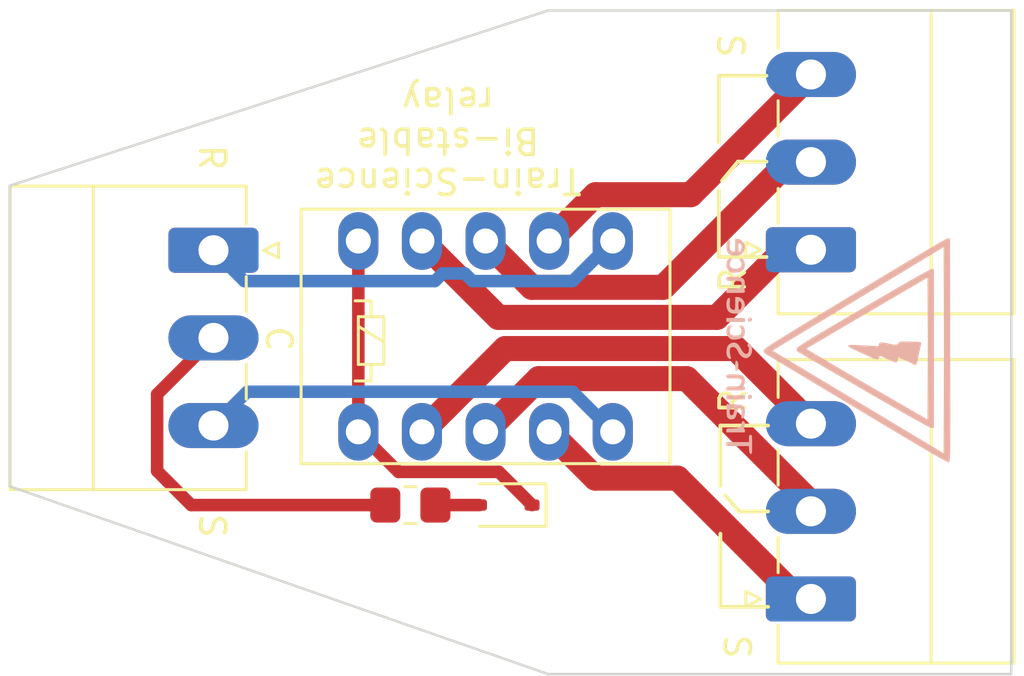
<source format=kicad_pcb>
(kicad_pcb (version 20240108) (generator "pcbnew") (generator_version "8.0")
  (layers (0 "F.Cu" signal) (31 "B.Cu" signal) (34 "B.Paste" user) (35 "F.Paste" user) (36 "B.SilkS" user "B.Silkscreen") (37 "F.SilkS" user "F.Silkscreen") (38 "B.Mask" user) (39 "F.Mask" user) (44 "Edge.Cuts" user))
  (net 0 "")
  (net 1 "Net-(D101-A)")
  (net 2 "Net-(D101-K)")
  (net 3 "Net-(J101-Pin_3)")
  (net 4 "Net-(J101-Pin_1)")
  (net 5 "Net-(J101-Pin_2)")
  (net 6 "Net-(J102-Pin_2)")
  (net 7 "Net-(J102-Pin_1)")
  (net 8 "Net-(J102-Pin_3)")
  (net 9 "Net-(J103-Pin_3)")
  (net 10 "Net-(J103-Pin_2)")
  (net 11 "Net-(J103-Pin_1)")
  (footprint "MountingHole:MountingHole_3.2mm_M3" (layer "F.Cu") (at 152 98.5)
    (property "Reference" "REF**" (hide yes))
    (property "Value" "MountingHole_3.2mm_M3")
    (pad "" np_thru_hole circle (at 0 0) (size 3.2 3.2) (drill 3.2) (layers "*.Cu" "*.Mask"))
  )
  (footprint "Connector_Phoenix_MC:PhoenixContact_MC_1,5_3-G-3.5_1x03_P3.50mm_Horizontal" (layer "F.Cu") (at 159 99 90)
    (property "Reference" "J102" (hide yes))
    (property "Value" "Screw_Terminal_01x03")
    (fp_line (start 0.3 -2.6) (end 0 -2) (stroke (width 0.12)) (layer "F.SilkS"))
    (fp_line (start -0.3 -2.6) (end 0.3 -2.6) (stroke (width 0.12)) (layer "F.SilkS"))
    (fp_line (start 0 -2) (end -0.3 -2.6) (stroke (width 0.12)) (layer "F.SilkS"))
    (fp_line (start 9.56 -1.31) (end 8.05 -1.31) (stroke (width 0.12)) (layer "F.SilkS"))
    (fp_line (start 4.55 -1.31) (end 5.95 -1.31) (stroke (width 0.12)) (layer "F.SilkS"))
    (fp_line (start 1.05 -1.31) (end 2.45 -1.31) (stroke (width 0.12)) (layer "F.SilkS"))
    (fp_line (start -2.56 -1.31) (end -1.05 -1.31) (stroke (width 0.12)) (layer "F.SilkS"))
    (fp_line (start -2.56 -1.31) (end -2.56 8.11) (stroke (width 0.12)) (layer "F.SilkS"))
    (fp_line (start -2.56 4.8) (end 9.56 4.8) (stroke (width 0.12)) (layer "F.SilkS"))
    (fp_line (start 9.56 8.11) (end 9.56 -1.31) (stroke (width 0.12)) (layer "F.SilkS"))
    (fp_line (start -2.56 8.11) (end 9.56 8.11) (stroke (width 0.12)) (layer "F.SilkS"))
    (pad "1" thru_hole roundrect (at 0 0 90) (size 1.8 3.6) (drill 1.2) (layers "*.Cu" "*.Mask") (roundrect_rratio 0.138889) (net 7 "Net-(J102-Pin_1)"))
    (pad "2" thru_hole oval (at 3.5 0 90) (size 1.8 3.6) (drill 1.2) (layers "*.Cu" "*.Mask") (net 6 "Net-(J102-Pin_2)"))
    (pad "3" thru_hole oval (at 7 0 90) (size 1.8 3.6) (drill 1.2) (layers "*.Cu" "*.Mask") (net 8 "Net-(J102-Pin_3)"))
  )
  (footprint "custom_kicad_lib_sk:R_0805_handsolder-smalltext" (layer "F.Cu") (at 143.002 95.25 180)
    (property "Reference" "R101" (hide yes))
    (property "Value" "47R")
    (fp_line (start -0.227064 0.735) (end 0.227064 0.735) (stroke (width 0.12)) (layer "F.SilkS"))
    (fp_line (start -0.227064 -0.735) (end 0.227064 -0.735) (stroke (width 0.12)) (layer "F.SilkS"))
    (pad "1" smd roundrect (at -1 0 180) (size 1.2 1.4) (layers "F.Cu" "F.Paste" "F.Mask") (roundrect_rratio 0.208333) (net 1 "Net-(D101-A)"))
    (pad "2" smd roundrect (at 1 0 180) (size 1.2 1.4) (layers "F.Cu" "F.Paste" "F.Mask") (roundrect_rratio 0.208333) (net 5 "Net-(J101-Pin_2)"))
  )
  (footprint "Diode_SMD:D_SOD-323" (layer "F.Cu") (at 146.812 95.25 180)
    (property "Reference" "D101" (hide yes))
    (property "Value" "1N4148WS")
    (fp_line (start -1.61 0.85) (end 1.05 0.85) (stroke (width 0.12)) (layer "F.SilkS"))
    (fp_line (start -1.61 -0.85) (end 1.05 -0.85) (stroke (width 0.12)) (layer "F.SilkS"))
    (fp_line (start -1.61 -0.85) (end -1.61 0.85) (stroke (width 0.12)) (layer "F.SilkS"))
    (pad "1" smd roundrect (at -1.05 0 180) (size 0.6 0.45) (layers "F.Cu" "F.Paste" "F.Mask") (net 2 "Net-(D101-K)"))
    (pad "2" smd roundrect (at 1.05 0 180) (size 0.6 0.45) (layers "F.Cu" "F.Paste" "F.Mask") (net 1 "Net-(D101-A)"))
  )
  (footprint "Connector_Phoenix_MC:PhoenixContact_MC_1,5_3-G-3.5_1x03_P3.50mm_Horizontal" (layer "F.Cu") (at 159 85.055 90)
    (property "Reference" "J103" (hide yes))
    (property "Value" "Screw_Terminal_01x03")
    (fp_line (start 0.3 -2.6) (end 0 -2) (stroke (width 0.12)) (layer "F.SilkS"))
    (fp_line (start -0.3 -2.6) (end 0.3 -2.6) (stroke (width 0.12)) (layer "F.SilkS"))
    (fp_line (start 0 -2) (end -0.3 -2.6) (stroke (width 0.12)) (layer "F.SilkS"))
    (fp_line (start 9.56 -1.31) (end 8.05 -1.31) (stroke (width 0.12)) (layer "F.SilkS"))
    (fp_line (start 4.55 -1.31) (end 5.95 -1.31) (stroke (width 0.12)) (layer "F.SilkS"))
    (fp_line (start 1.05 -1.31) (end 2.45 -1.31) (stroke (width 0.12)) (layer "F.SilkS"))
    (fp_line (start -2.56 -1.31) (end -1.05 -1.31) (stroke (width 0.12)) (layer "F.SilkS"))
    (fp_line (start -2.56 -1.31) (end -2.56 8.11) (stroke (width 0.12)) (layer "F.SilkS"))
    (fp_line (start -2.56 4.8) (end 9.56 4.8) (stroke (width 0.12)) (layer "F.SilkS"))
    (fp_line (start 9.56 8.11) (end 9.56 -1.31) (stroke (width 0.12)) (layer "F.SilkS"))
    (fp_line (start -2.56 8.11) (end 9.56 8.11) (stroke (width 0.12)) (layer "F.SilkS"))
    (pad "1" thru_hole roundrect (at 0 0 90) (size 1.8 3.6) (drill 1.2) (layers "*.Cu" "*.Mask") (roundrect_rratio 0.138889) (net 11 "Net-(J103-Pin_1)"))
    (pad "2" thru_hole oval (at 3.5 0 90) (size 1.8 3.6) (drill 1.2) (layers "*.Cu" "*.Mask") (net 10 "Net-(J103-Pin_2)"))
    (pad "3" thru_hole oval (at 7 0 90) (size 1.8 3.6) (drill 1.2) (layers "*.Cu" "*.Mask") (net 9 "Net-(J103-Pin_3)"))
  )
  (footprint "Connector_Phoenix_MC:PhoenixContact_MC_1,5_3-G-3.5_1x03_P3.50mm_Horizontal" (layer "F.Cu") (at 135.1395 85.074 -90)
    (property "Reference" "J101" (hide yes))
    (property "Value" "Screw_Terminal_01x03")
    (fp_line (start -2.56 8.11) (end 9.56 8.11) (stroke (width 0.12)) (layer "F.SilkS"))
    (fp_line (start 9.56 8.11) (end 9.56 -1.31) (stroke (width 0.12)) (layer "F.SilkS"))
    (fp_line (start -2.56 4.8) (end 9.56 4.8) (stroke (width 0.12)) (layer "F.SilkS"))
    (fp_line (start -2.56 -1.31) (end -2.56 8.11) (stroke (width 0.12)) (layer "F.SilkS"))
    (fp_line (start -2.56 -1.31) (end -1.05 -1.31) (stroke (width 0.12)) (layer "F.SilkS"))
    (fp_line (start 1.05 -1.31) (end 2.45 -1.31) (stroke (width 0.12)) (layer "F.SilkS"))
    (fp_line (start 4.55 -1.31) (end 5.95 -1.31) (stroke (width 0.12)) (layer "F.SilkS"))
    (fp_line (start 9.56 -1.31) (end 8.05 -1.31) (stroke (width 0.12)) (layer "F.SilkS"))
    (fp_line (start 0 -2) (end -0.3 -2.6) (stroke (width 0.12)) (layer "F.SilkS"))
    (fp_line (start -0.3 -2.6) (end 0.3 -2.6) (stroke (width 0.12)) (layer "F.SilkS"))
    (fp_line (start 0.3 -2.6) (end 0 -2) (stroke (width 0.12)) (layer "F.SilkS"))
    (pad "1" thru_hole roundrect (at 0 0 270) (size 1.8 3.6) (drill 1.2) (layers "*.Cu" "*.Mask") (roundrect_rratio 0.138889) (net 4 "Net-(J101-Pin_1)"))
    (pad "2" thru_hole oval (at 3.5 0 270) (size 1.8 3.6) (drill 1.2) (layers "*.Cu" "*.Mask") (net 5 "Net-(J101-Pin_2)"))
    (pad "3" thru_hole oval (at 7 0 270) (size 1.8 3.6) (drill 1.2) (layers "*.Cu" "*.Mask") (net 3 "Net-(J101-Pin_3)"))
  )
  (footprint "Relay_THT:Relay_DPDT_FRT5" (layer "F.Cu") (at 140.925 92.325 90)
    (property "Reference" "K101" (hide yes))
    (property "Value" "AZ850P2-x")
    (fp_line (start 8.89 -2.286) (end 8.89 12.446) (stroke (width 0.12)) (layer "F.SilkS"))
    (fp_line (start -1.27 -2.286) (end 8.89 -2.286) (stroke (width 0.12)) (layer "F.SilkS"))
    (fp_line (start 5.232 -0.127) (end 5.232 0.508) (stroke (width 0.12)) (layer "F.SilkS"))
    (fp_line (start 2.032 -0.127) (end 2.032 0.508) (stroke (width 0.12)) (layer "F.SilkS"))
    (fp_line (start 4.597 0) (end 2.692 0) (stroke (width 0.12)) (layer "F.SilkS"))
    (fp_line (start 4.597 0) (end 4.597 1.016) (stroke (width 0.12)) (layer "F.SilkS"))
    (fp_line (start 4.216 0) (end 3.581 1.016) (stroke (width 0.12)) (layer "F.SilkS"))
    (fp_line (start 2.692 0) (end 2.692 1.016) (stroke (width 0.12)) (layer "F.SilkS"))
    (fp_line (start 5.232 0.508) (end 4.597 0.508) (stroke (width 0.12)) (layer "F.SilkS"))
    (fp_line (start 2.032 0.508) (end 2.692 0.508) (stroke (width 0.12)) (layer "F.SilkS"))
    (fp_line (start 2.692 1.016) (end 4.597 1.016) (stroke (width 0.12)) (layer "F.SilkS"))
    (fp_line (start 8.89 12.446) (end -1.27 12.446) (stroke (width 0.12)) (layer "F.SilkS"))
    (fp_line (start -1.27 12.446) (end -1.27 -2.286) (stroke (width 0.12)) (layer "F.SilkS"))
    (pad "1" thru_hole oval (at 0 0 90) (size 2.3 1.6) (drill 1) (layers "*.Cu" "*.Mask") (net 2 "Net-(D101-K)"))
    (pad "2" thru_hole oval (at 0 2.54 90) (size 2.3 1.6) (drill 1) (layers "*.Cu" "*.Mask") (net 8 "Net-(J102-Pin_3)"))
    (pad "3" thru_hole oval (at 0 5.08 90) (size 2.3 1.6) (drill 1) (layers "*.Cu" "*.Mask") (net 6 "Net-(J102-Pin_2)"))
    (pad "4" thru_hole oval (at 0 7.62 90) (size 2.3 1.6) (drill 1) (layers "*.Cu" "*.Mask") (net 7 "Net-(J102-Pin_1)"))
    (pad "5" thru_hole oval (at 0 10.16 90) (size 2.3 1.6) (drill 1) (layers "*.Cu" "*.Mask") (net 3 "Net-(J101-Pin_3)"))
    (pad "6" thru_hole oval (at 7.62 10.16 90) (size 2.3 1.6) (drill 1) (layers "*.Cu" "*.Mask") (net 4 "Net-(J101-Pin_1)"))
    (pad "7" thru_hole oval (at 7.62 7.62 90) (size 2.3 1.6) (drill 1) (layers "*.Cu" "*.Mask") (net 9 "Net-(J103-Pin_3)"))
    (pad "8" thru_hole oval (at 7.62 5.08 90) (size 2.3 1.6) (drill 1) (layers "*.Cu" "*.Mask") (net 10 "Net-(J103-Pin_2)"))
    (pad "9" thru_hole oval (at 7.62 2.54 90) (size 2.3 1.6) (drill 1) (layers "*.Cu" "*.Mask") (net 11 "Net-(J103-Pin_1)"))
    (pad "10" thru_hole oval (at 7.62 0 90) (size 2.3 1.6) (drill 1) (layers "*.Cu" "*.Mask") (net 2 "Net-(D101-K)"))
  )
  (footprint "MountingHole:MountingHole_3.2mm_M3" (layer "F.Cu") (at 152 79)
    (property "Reference" "REF**" (hide yes))
    (property "Value" "MountingHole_3.2mm_M3")
    (pad "" np_thru_hole circle (at 0 0) (size 3.2 3.2) (drill 3.2) (layers "F&B.Cu" "*.Mask"))
  )
  (footprint "custom_kicad_lib_sk:Train-Science logo small" (layer "B.Cu") (at 160 89 90)
    (property "Reference" "G***" (hide yes))
    (property "Value" "LOGO" (hide yes))
    (fp_poly (pts (xy 1.223321 -4.3782) (xy 1.062357 -4.3782) (xy 1.062357 -3.637769) (xy 1.223321 -3.637769)) (fill solid) (layer "B.SilkS"))
    (fp_poly (pts (xy -1.867174 -4.3782) (xy -2.028137 -4.3782) (xy -2.028137 -3.637769) (xy -1.867174 -3.637769)) (fill solid) (layer "B.SilkS"))
    (fp_poly (pts (xy 1.211443 -3.365565) (xy 1.235424 -3.397528) (xy 1.241537 -3.467248) (xy 1.192998 -3.5033) (xy 1.1387 -3.508999) (xy 1.079454 -3.497959) (xy 1.066286 -3.453786) (xy 1.068167 -3.436565) (xy 1.099438 -3.378361) (xy 1.155683 -3.352714)) (fill solid) (layer "B.SilkS"))
    (fp_poly (pts (xy -1.879051 -3.365565) (xy -1.85507 -3.397528) (xy -1.848957 -3.467248) (xy -1.897497 -3.5033) (xy -1.951794 -3.508999) (xy -2.01104 -3.497959) (xy -2.024208 -3.453786) (xy -2.022328 -3.436565) (xy -1.991057 -3.378361) (xy -1.934811 -3.352714)) (fill solid) (layer "B.SilkS"))
    (fp_poly (pts (xy -0.612737 -3.9006) (xy -0.533283 -3.922266) (xy -0.490713 -3.961014) (xy -0.488845 -3.967744) (xy -0.490951 -3.998166) (xy -0.520453 -4.01526) (xy -0.590351 -4.022672) (xy -0.689781 -4.024081) (xy -0.808268 -4.020841) (xy -0.874379 -4.009353) (xy -0.899883 -3.986965) (xy -0.901394 -3.976406) (xy -0.873403 -3.933919) (xy -0.802697 -3.906845) (xy -0.709175 -3.895599)) (fill solid) (layer "B.SilkS"))
    (fp_poly (pts (xy -3.20706 -3.649174) (xy -3.187072 -3.671095) (xy -3.167366 -3.687977) (xy -3.124803 -3.671095) (xy -3.032476 -3.639196) (xy -2.952967 -3.641074) (xy -2.904379 -3.674259) (xy -2.897338 -3.702155) (xy -2.912873 -3.749633) (xy -2.970283 -3.766013) (xy -2.992091 -3.76654) (xy -3.08017 -3.784752) (xy -3.139695 -3.843818) (xy -3.1741 -3.950385) (xy -3.18682 -4.1111) (xy -3.187072 -4.143919) (xy -3.188151 -4.264488) (xy -3.194538 -4.33444) (xy -3.210963 -4.367539) (xy -3.242154 -4.377549) (xy -3.267554 -4.3782) (xy -3.348035 -4.3782) (xy -3.348035 -3.637769) (xy -3.267554 -3.637769)) (fill solid) (layer "B.SilkS"))
    (fp_poly (pts (xy -3.669632 -3.34866) (xy -3.559722 -3.351709) (xy -3.492918 -3.358945) (xy -3.458582 -3.372129) (xy -3.446076 -3.393024) (xy -3.444613 -3.412421) (xy -3.454092 -3.452657) (xy -3.493451 -3.471683) (xy -3.579073 -3.476782) (xy -3.58948 -3.476806) (xy -3.734347 -3.476806) (xy -3.734347 -4.3782) (xy -3.89531 -4.3782) (xy -3.89531 -3.480334) (xy -4.047936 -3.470522) (xy -4.148526 -3.457408) (xy -4.198923 -3.431105) (xy -4.21126 -3.404373) (xy -4.210399 -3.380588) (xy -4.190335 -3.364589) (xy -4.140901 -3.354863) (xy -4.051928 -3.349892) (xy -3.91325 -3.348161) (xy -3.833286 -3.348036)) (fill solid) (layer "B.SilkS"))
    (fp_poly (pts (xy 3.456146 -3.654371) (xy 3.543105 -3.697368) (xy 3.592791 -3.756548) (xy 3.594178 -3.814197) (xy 3.572895 -3.852981) (xy 3.542199 -3.843557) (xy 3.513841 -3.819211) (xy 3.424501 -3.7745) (xy 3.322943 -3.773442) (xy 3.238538 -3.81626) (xy 3.237661 -3.817129) (xy 3.201357 -3.890078) (xy 3.187495 -3.994878) (xy 3.196074 -4.103032) (xy 3.227095 -4.186043) (xy 3.237661 -4.198841) (xy 3.321639 -4.242246) (xy 3.423161 -4.241772) (xy 3.512857 -4.197642) (xy 3.513841 -4.196759) (xy 3.559116 -4.162129) (xy 3.582547 -4.174932) (xy 3.594178 -4.201773) (xy 3.589623 -4.267108) (xy 3.534669 -4.324764) (xy 3.443265 -4.364981) (xy 3.341993 -4.3782) (xy 3.23693 -4.364144) (xy 3.150524 -4.312169) (xy 3.116435 -4.280323) (xy 3.06227 -4.220957) (xy 3.03476 -4.166703) (xy 3.027277 -4.094215) (xy 3.032787 -3.985733) (xy 3.063239 -3.823108) (xy 3.128926 -3.713042) (xy 3.232557 -3.652527) (xy 3.346264 -3.637769)) (fill solid) (layer "B.SilkS"))
    (fp_poly (pts (xy 0.784156 -3.654371) (xy 0.871115 -3.697368) (xy 0.920801 -3.756548) (xy 0.922188 -3.814197) (xy 0.900905 -3.852981) (xy 0.870209 -3.843557) (xy 0.841851 -3.819211) (xy 0.752511 -3.7745) (xy 0.650954 -3.773442) (xy 0.566548 -3.81626) (xy 0.565671 -3.817129) (xy 0.529974 -3.888454) (xy 0.515171 -3.998249) (xy 0.515082 -4.007985) (xy 0.527932 -4.119813) (xy 0.562192 -4.195116) (xy 0.565671 -4.198841) (xy 0.649649 -4.242246) (xy 0.751171 -4.241772) (xy 0.840868 -4.197642) (xy 0.841851 -4.196759) (xy 0.887126 -4.162129) (xy 0.910558 -4.174932) (xy 0.922188 -4.201773) (xy 0.917633 -4.267108) (xy 0.862679 -4.324764) (xy 0.771275 -4.364981) (xy 0.670003 -4.3782) (xy 0.56494 -4.364144) (xy 0.478534 -4.312169) (xy 0.444446 -4.280323) (xy 0.39028 -4.220957) (xy 0.36277 -4.166703) (xy 0.355287 -4.094215) (xy 0.360798 -3.985733) (xy 0.391249 -3.823108) (xy 0.456936 -3.713042) (xy 0.560567 -3.652527) (xy 0.674274 -3.637769)) (fill solid) (layer "B.SilkS"))
    (fp_poly (pts (xy -2.40532 -3.645768) (xy -2.326525 -3.67613) (xy -2.275297 -3.738404) (xy -2.245189 -3.842138) (xy -2.22975 -3.996881) (xy -2.226439 -4.069661) (xy -2.215488 -4.366149) (xy -2.45432 -4.371021) (xy -2.611055 -4.367821) (xy -2.715337 -4.349617) (xy -2.763052 -4.326932) (xy -2.817997 -4.253657) (xy -2.8318 -4.157537) (xy -2.826579 -4.141434) (xy -2.663371 -4.141434) (xy -2.661178 -4.198977) (xy -2.617211 -4.235887) (xy -2.541587 -4.248708) (xy -2.462907 -4.236034) (xy -2.420887 -4.210799) (xy -2.387663 -4.147033) (xy -2.382256 -4.110009) (xy -2.391113 -4.070273) (xy -2.429399 -4.05887) (xy -2.5002 -4.066989) (xy -2.611613 -4.096669) (xy -2.663371 -4.141434) (xy -2.826579 -4.141434) (xy -2.80241 -4.066887) (xy -2.783578 -4.04369) (xy -2.714915 -4.000608) (xy -2.611053 -3.960717) (xy -2.500848 -3.933723) (xy -2.438593 -3.927683) (xy -2.39073 -3.905832) (xy -2.389171 -3.848663) (xy -2.411779 -3.801951) (xy -2.44845 -3.775964) (xy -2.522247 -3.768689) (xy -2.620538 -3.77548) (xy -2.726931 -3.782973) (xy -2.782746 -3.776184) (xy -2.800575 -3.753278) (xy -2.80076 -3.74925) (xy -2.770723 -3.693209) (xy -2.685633 -3.655257) (xy -2.553023 -3.638364) (xy -2.518132 -3.637769)) (fill solid) (layer "B.SilkS"))
    (fp_poly (pts (xy 0.08045 -3.363771) (xy 0.163476 -3.40824) (xy 0.193154 -3.477335) (xy 0.193156 -3.477939) (xy 0.170182 -3.528914) (xy 0.121334 -3.539789) (xy 0.080482 -3.508999) (xy 0.032611 -3.483439) (xy -0.047363 -3.477888) (xy -0.130866 -3.490818) (xy -0.189325 -3.520703) (xy -0.191874 -3.52355) (xy -0.21804 -3.596183) (xy -0.180966 -3.673245) (xy -0.081544 -3.753443) (xy -0.004028 -3.796699) (xy 0.136108 -3.882305) (xy 0.216714 -3.971193) (xy 0.24249 -4.071135) (xy 0.223825 -4.173564) (xy 0.164082 -4.275535) (xy 0.095495 -4.330471) (xy -0.018443 -4.366535) (xy -0.150995 -4.376193) (xy -0.274362 -4.359597) (xy -0.346956 -4.328086) (xy -0.40363 -4.272052) (xy -0.419312 -4.22251) (xy -0.394108 -4.195068) (xy -0.346071 -4.199064) (xy -0.197064 -4.233359) (xy -0.075009 -4.242002) (xy 0.005829 -4.224264) (xy 0.015788 -4.217493) (xy 0.061853 -4.14537) (xy 0.055341 -4.062595) (xy 0.002818 -3.983964) (xy -0.089151 -3.924271) (xy -0.119083 -3.913566) (xy -0.188092 -3.877866) (xy -0.269912 -3.816568) (xy -0.288095 -3.800264) (xy -0.365715 -3.694707) (xy -0.385703 -3.587357) (xy -0.353625 -3.488715) (xy -0.27505 -3.409279) (xy -0.155545 -3.359551) (xy -0.048289 -3.348036)) (fill solid) (layer "B.SilkS"))
    (fp_poly (pts (xy 4.191957 -3.665419) (xy 4.293411 -3.737669) (xy 4.360573 -3.838471) (xy 4.3782 -3.925027) (xy 4.3782 -4.024081) (xy 4.120659 -4.024081) (xy 3.992123 -4.025517) (xy 3.915069 -4.031892) (xy 3.876617 -4.046313) (xy 3.86389 -4.071882) (xy 3.863118 -4.086167) (xy 3.886785 -4.17496) (xy 3.959423 -4.227168) (xy 4.083491 -4.244072) (xy 4.15906 -4.240295) (xy 4.267524 -4.233706) (xy 4.325375 -4.2403) (xy 4.345405 -4.262067) (xy 4.346008 -4.269376) (xy 4.317527 -4.321331) (xy 4.243324 -4.357024) (xy 4.140255 -4.375338) (xy 4.025174 -4.375154) (xy 3.91494 -4.355354) (xy 3.826407 -4.31482) (xy 3.813457 -4.304705) (xy 3.748327 -4.223779) (xy 3.71501 -4.110586) (xy 3.710957 -4.07989) (xy 3.714938 -3.908) (xy 3.730244 -3.869557) (xy 3.863118 -3.869557) (xy 3.892233 -3.883662) (xy 3.967337 -3.893017) (xy 4.040178 -3.895311) (xy 4.137154 -3.891076) (xy 4.201466 -3.880152) (xy 4.217237 -3.869557) (xy 4.188421 -3.814477) (xy 4.114915 -3.776712) (xy 4.040178 -3.76654) (xy 3.945509 -3.783306) (xy 3.880602 -3.826073) (xy 3.863118 -3.869557) (xy 3.730244 -3.869557) (xy 3.767799 -3.775233) (xy 3.866587 -3.685192) (xy 4.008349 -3.641482) (xy 4.073248 -3.637769)) (fill solid) (layer "B.SilkS"))
    (fp_poly (pts (xy 1.874086 -3.665419) (xy 1.97554 -3.737669) (xy 2.042702 -3.838471) (xy 2.06033 -3.925027) (xy 2.06033 -4.024081) (xy 1.802788 -4.024081) (xy 1.674253 -4.025517) (xy 1.597198 -4.031892) (xy 1.558746 -4.046313) (xy 1.54602 -4.071882) (xy 1.545247 -4.086167) (xy 1.568914 -4.17496) (xy 1.641552 -4.227168) (xy 1.76562 -4.244072) (xy 1.841189 -4.240295) (xy 1.949653 -4.233706) (xy 2.007504 -4.2403) (xy 2.027535 -4.262067) (xy 2.028137 -4.269376) (xy 1.999657 -4.321331) (xy 1.925454 -4.357024) (xy 1.822384 -4.375338) (xy 1.707304 -4.375154) (xy 1.597069 -4.355354) (xy 1.508536 -4.31482) (xy 1.495586 -4.304705) (xy 1.430456 -4.223779) (xy 1.397139 -4.110586) (xy 1.393087 -4.07989) (xy 1.397067 -3.908) (xy 1.412373 -3.869557) (xy 1.545247 -3.869557) (xy 1.574363 -3.883662) (xy 1.649466 -3.893017) (xy 1.722307 -3.895311) (xy 1.819283 -3.891076) (xy 1.883595 -3.880152) (xy 1.899366 -3.869557) (xy 1.87055 -3.814477) (xy 1.797044 -3.776712) (xy 1.722307 -3.76654) (xy 1.627639 -3.783306) (xy 1.562731 -3.826073) (xy 1.545247 -3.869557) (xy 1.412373 -3.869557) (xy 1.449928 -3.775233) (xy 1.548716 -3.685192) (xy 1.690478 -3.641482) (xy 1.755377 -3.637769)) (fill solid) (layer "B.SilkS"))
    (fp_poly (pts (xy 2.715567 -3.652213) (xy 2.788671 -3.700519) (xy 2.835175 -3.79015) (xy 2.859236 -3.928568) (xy 2.865146 -4.092808) (xy 2.86448 -4.228722) (xy 2.860137 -4.312734) (xy 2.848595 -4.357328) (xy 2.826334 -4.374987) (xy 2.789834 -4.378194) (xy 2.784664 -4.3782) (xy 2.744587 -4.375415) (xy 2.72067 -4.358257) (xy 2.708742 -4.313522) (xy 2.704637 -4.228007) (xy 2.704183 -4.123292) (xy 2.70181 -3.995739) (xy 2.69553 -3.889366) (xy 2.686599 -3.82384) (xy 2.684642 -3.817462) (xy 2.638586 -3.775444) (xy 2.56069 -3.771399) (xy 2.471162 -3.805399) (xy 2.453804 -3.816654) (xy 2.417528 -3.84892) (xy 2.396019 -3.893461) (xy 2.385541 -3.966262) (xy 2.382352 -4.083304) (xy 2.382256 -4.122485) (xy 2.381383 -4.249664) (xy 2.375999 -4.325642) (xy 2.361955 -4.363601) (xy 2.335101 -4.376724) (xy 2.301774 -4.3782) (xy 2.221293 -4.3782) (xy 2.221293 -4.007985) (xy 2.22168 -3.849262) (xy 2.224378 -3.743962) (xy 2.231689 -3.681124) (xy 2.245918 -3.649787) (xy 2.269368 -3.638988) (xy 2.299092 -3.637769) (xy 2.364561 -3.652507) (xy 2.391646 -3.67801) (xy 2.413142 -3.702107) (xy 2.449056 -3.67801) (xy 2.508105 -3.651219) (xy 2.597263 -3.63805) (xy 2.611707 -3.637769)) (fill solid) (layer "B.SilkS"))
    (fp_poly (pts (xy -1.179743 -3.652213) (xy -1.106639 -3.700519) (xy -1.060135 -3.79015) (xy -1.036075 -3.928568) (xy -1.030165 -4.092808) (xy -1.03083 -4.228722) (xy -1.035174 -4.312734) (xy -1.046716 -4.357328) (xy -1.068976 -4.374987) (xy -1.105476 -4.378194) (xy -1.110646 -4.3782) (xy -1.150723 -4.375415) (xy -1.174641 -4.358257) (xy -1.186568 -4.313522) (xy -1.190674 -4.228007) (xy -1.191128 -4.123292) (xy -1.193501 -3.995739) (xy -1.199781 -3.889366) (xy -1.208712 -3.82384) (xy -1.210669 -3.817462) (xy -1.256725 -3.775444) (xy -1.33462 -3.771399) (xy -1.424149 -3.805399) (xy -1.441506 -3.816654) (xy -1.477783 -3.84892) (xy -1.499291 -3.893461) (xy -1.50977 -3.966262) (xy -1.512958 -4.083304) (xy -1.513054 -4.122485) (xy -1.513927 -4.249664) (xy -1.519311 -4.325642) (xy -1.533355 -4.363601) (xy -1.560209 -4.376724) (xy -1.593536 -4.3782) (xy -1.674018 -4.3782) (xy -1.674018 -4.007985) (xy -1.67363 -3.849262) (xy -1.670933 -3.743962) (xy -1.663621 -3.681124) (xy -1.649392 -3.649787) (xy -1.625943 -3.638988) (xy -1.596219 -3.637769) (xy -1.53075 -3.652507) (xy -1.503665 -3.67801) (xy -1.482168 -3.702107) (xy -1.446255 -3.67801) (xy -1.387205 -3.651219) (xy -1.298048 -3.63805) (xy -1.283604 -3.637769)) (fill solid) (layer "B.SilkS"))
    (fp_poly (pts (xy 0.250482 3.398018) (xy 0.258312 3.360431) (xy 0.266207 3.271171) (xy 0.273323 3.142944) (xy 0.278815 2.988455) (xy 0.279494 2.961822) (xy 0.283147 2.79102) (xy 0.28333 2.672993) (xy 0.27842 2.596159) (xy 0.266793 2.548934) (xy 0.246824 2.519735) (xy 0.216889 2.496979) (xy 0.214047 2.495112) (xy 0.177374 2.463714) (xy 0.157846 2.420729) (xy 0.155167 2.353836) (xy 0.169042 2.250716) (xy 0.199173 2.099046) (xy 0.20399 2.076426) (xy 0.234196 1.927607) (xy 0.248081 1.829473) (xy 0.244797 1.770209) (xy 0.223496 1.738003) (xy 0.183328 1.721039) (xy 0.178383 1.719762) (xy 0.093995 1.698582) (xy 0.113104 1.340229) (xy 0.122361 1.168329) (xy 0.13182 0.9955) (xy 0.140114 0.846597) (xy 0.144094 0.776804) (xy 0.147732 0.616402) (xy 0.136399 0.518612) (xy 0.110043 0.48341) (xy 0.068612 0.510774) (xy 0.012053 0.600683) (xy -0.036281 0.70019) (xy -0.094889 0.829583) (xy -0.151819 0.955614) (xy -0.192615 1.046261) (xy -0.235959 1.142058) (xy -0.293724 1.268625) (xy -0.352412 1.396402) (xy -0.410483 1.535855) (xy -0.432862 1.630868) (xy -0.419591 1.690556) (xy -0.370712 1.724039) (xy -0.353957 1.729118) (xy -0.302087 1.746117) (xy -0.289734 1.754248) (xy -0.301976 1.787815) (xy -0.333966 1.863803) (xy -0.378601 1.966115) (xy -0.428778 2.078653) (xy -0.477393 2.185319) (xy -0.517132 2.269582) (xy -0.553917 2.350924) (xy -0.561542 2.396199) (xy -0.540994 2.426228) (xy -0.525165 2.438593) (xy -0.452176 2.472508) (xy -0.412351 2.478834) (xy -0.36338 2.484926) (xy -0.354119 2.492061) (xy -0.366789 2.526986) (xy -0.400137 2.60474) (xy -0.447168 2.710013) (xy -0.500888 2.827498) (xy -0.554304 2.941887) (xy -0.600421 3.037873) (xy -0.630486 3.096942) (xy -0.659596 3.160107) (xy -0.65177 3.193594) (xy -0.620583 3.213855) (xy -0.53333 3.246777) (xy -0.395236 3.27925) (xy -0.273637 3.301207) (xy -0.190498 3.31751) (xy -0.07335 3.34338) (xy 0.027233 3.367139) (xy 0.134416 3.389945) (xy 0.215087 3.40089)) (fill solid) (layer "B.SilkS"))
    (fp_poly (pts (xy 3.179239 3.830925) (xy 3.169077 3.796052) (xy 3.134748 3.721875) (xy 3.075339 3.60678) (xy 2.989941 3.449155) (xy 2.877641 3.24739) (xy 2.737526 2.999872) (xy 2.568687 2.704989) (xy 2.370211 2.361128) (xy 2.141187 1.966679) (xy 1.880703 1.52003) (xy 1.631778 1.09455) (xy 1.368647 0.645596) (xy 1.135907 0.249143) (xy 0.93161 -0.097982) (xy 0.753807 -0.398953) (xy 0.60055 -0.656942) (xy 0.469891 -0.875124) (xy 0.359881 -1.05667) (xy 0.268572 -1.204755) (xy 0.194014 -1.322552) (xy 0.134261 -1.413233) (xy 0.087362 -1.479973) (xy 0.051371 -1.525943) (xy 0.024337 -1.554318) (xy 0.004314 -1.568271) (xy -0.004969 -1.571019) (xy -0.078828 -1.563333) (xy -0.118283 -1.538827) (xy -0.138767 -1.505458) (xy -0.189191 -1.420294) (xy -0.267262 -1.287274) (xy -0.370688 -1.110339) (xy -0.497173 -0.893428) (xy -0.644426 -0.640482) (xy -0.810153 -0.355441) (xy -0.99206 -0.042244) (xy -1.187855 0.295169) (xy -1.395243 0.652857) (xy -1.611932 1.02688) (xy -1.660439 1.110646) (xy -1.943382 1.600038) (xy -2.194371 2.035755) (xy -2.414343 2.419476) (xy -2.604234 2.752877) (xy -2.764981 3.037634) (xy -2.89752 3.275425) (xy -3.002787 3.467927) (xy -3.081719 3.616816) (xy -3.100264 3.653866) (xy -2.831057 3.653866) (xy -1.427803 1.229825) (xy -1.217976 0.867944) (xy -1.017222 0.522838) (xy -0.827885 0.198474) (xy -0.652308 -0.101185) (xy -0.492836 -0.372174) (xy -0.351814 -0.61053) (xy -0.231586 -0.812287) (xy -0.134496 -0.973481) (xy -0.062889 -1.090149) (xy -0.019109 -1.158326) (xy -0.005551 -1.175218) (xy 0.013203 -1.145197) (xy 0.062076 -1.063637) (xy 0.138687 -0.934577) (xy 0.240658 -0.762061) (xy 0.365609 -0.55013) (xy 0.511161 -0.302826) (xy 0.674935 -0.02419) (xy 0.854552 0.281735) (xy 1.047632 0.610908) (xy 1.251797 0.959287) (xy 1.421346 1.248823) (xy 2.829247 3.653866) (xy 1.414623 3.662249) (xy 1.04211 3.663984) (xy 0.624153 3.665121) (xy 0.179691 3.665659) (xy -0.272337 3.665598) (xy -0.712992 3.664938) (xy -1.123334 3.663678) (xy -1.415529 3.662249) (xy -2.831057 3.653866) (xy -3.100264 3.653866) (xy -3.135253 3.723769) (xy -3.164325 3.790463) (xy -3.17064 3.814829) (xy -3.170976 3.911407) (xy 3.170976 3.911407)) (fill solid) (layer "B.SilkS"))
    (fp_poly (pts (xy -2.177236 4.566716) (xy -1.724771 4.566214) (xy -1.217326 4.565463) (xy -0.651718 4.564501) (xy -0.055144 4.563421) (xy 4.394297 4.55526) (xy 4.402412 4.474778) (xy 4.392766 4.444092) (xy 4.360546 4.377472) (xy 4.304831 4.273357) (xy 4.224701 4.130187) (xy 4.119236 3.9464) (xy 3.987517 3.720436) (xy 3.828623 3.450735) (xy 3.641634 3.135735) (xy 3.425631 2.773875) (xy 3.179692 2.363596) (xy 2.902899 1.903335) (xy 2.594331 1.391532) (xy 2.253068 0.826627) (xy 2.210681 0.756527) (xy 1.892208 0.230049) (xy 1.605234 -0.243951) (xy 1.348069 -0.66817) (xy 1.119028 -1.045302) (xy 0.916421 -1.378044) (xy 0.738561 -1.669091) (xy 0.583761 -1.921141) (xy 0.450332 -2.136888) (xy 0.336586 -2.319029) (xy 0.240836 -2.470259) (xy 0.161394 -2.593274) (xy 0.096573 -2.690771) (xy 0.044683 -2.765444) (xy 0.004038 -2.819991) (xy -0.02705 -2.857107) (xy -0.05027 -2.879488) (xy -0.067308 -2.88983) (xy -0.073048 -2.891234) (xy -0.156237 -2.877194) (xy -0.204854 -2.826849) (xy -0.227047 -2.790521) (xy -0.280348 -2.702298) (xy -0.362758 -2.565508) (xy -0.47228 -2.383476) (xy -0.606914 -2.159531) (xy -0.764662 -1.897) (xy -0.943527 -1.599208) (xy -1.141509 -1.269484) (xy -1.356611 -0.911155) (xy -1.586834 -0.527547) (xy -1.830181 -0.121988) (xy -2.084652 0.302196) (xy -2.348249 0.741676) (xy -2.411808 0.847656) (xy -2.72913 1.377004) (xy -3.014693 1.853894) (xy -3.270035 2.280976) (xy -3.496692 2.660897) (xy -3.696204 2.996307) (xy -3.870107 3.289854) (xy -4.01994 3.544188) (xy -4.147239 3.761957) (xy -4.253544 3.94581) (xy -4.340391 4.098397) (xy -4.409319 4.222366) (xy -4.449721 4.297718) (xy -4.178624 4.297718) (xy -0.08088 -2.532058) (xy 0.192957 -2.079549) (xy 0.247331 -1.989669) (xy 0.332405 -1.84901) (xy 0.445566 -1.661887) (xy 0.584205 -1.43262) (xy 0.74571 -1.165527) (xy 0.92747 -0.864926) (xy 1.126875 -0.535135) (xy 1.341313 -0.180472) (xy 1.568173 0.194744) (xy 1.804844 0.586196) (xy 2.048716 0.989564) (xy 2.257763 1.33534) (xy 4.048733 4.297718) (xy 1.992174 4.306003) (xy 1.548356 4.307468) (xy 1.05587 4.308526) (xy 0.530432 4.309176) (xy -0.012241 4.309419) (xy -0.556433 4.309254) (xy -1.086428 4.308682) (xy -1.58651 4.307702) (xy -2.040962 4.306315) (xy -2.121505 4.306003) (xy -4.178624 4.297718) (xy -4.449721 4.297718) (xy -4.461864 4.320365) (xy -4.499566 4.395045) (xy -4.523961 4.449053) (xy -4.536588 4.485039) (xy -4.538984 4.505651) (xy -4.537712 4.509683) (xy -4.531875 4.518362) (xy -4.522005 4.526181) (xy -4.504918 4.533179) (xy -4.47743 4.539392) (xy -4.436357 4.54486) (xy -4.378514 4.549621) (xy -4.300717 4.553712) (xy -4.199782 4.557172) (xy -4.072525 4.560039) (xy -3.915762 4.562352) (xy -3.726308 4.564148) (xy -3.50098 4.565466) (xy -3.236592 4.566343) (xy -2.929962 4.566818) (xy -2.577905 4.56693)) (fill solid) (layer "B.SilkS"))
  )
  (gr_line (start 155.321 85.344) (end 155.321 82.677) (stroke (width 0.15)) (layer "F.SilkS"))
  (gr_line (start 155.3845 94.488) (end 155.3845 92.075) (stroke (width 0.15)) (layer "F.SilkS"))
  (gr_line (start 157.226 85.344) (end 155.321 85.344) (stroke (width 0.15)) (layer "F.SilkS"))
  (gr_line (start 156.1465 95.504) (end 155.575 94.869) (stroke (width 0.15)) (layer "F.SilkS"))
  (gr_line (start 155.3845 99.314) (end 155.3845 96.393) (stroke (width 0.15)) (layer "F.SilkS"))
  (gr_line (start 157.2895 99.314) (end 155.3845 99.314) (stroke (width 0.15)) (layer "F.SilkS"))
  (gr_line (start 155.321 80.772) (end 155.321 78.105) (stroke (width 0.15)) (layer "F.SilkS"))
  (gr_line (start 157.2895 95.504) (end 156.1465 95.504) (stroke (width 0.15)) (layer "F.SilkS"))
  (gr_line (start 156.083 81.534) (end 155.448 82.296) (stroke (width 0.15)) (layer "F.SilkS"))
  (gr_line (start 157.226 81.534) (end 156.083 81.534) (stroke (width 0.15)) (layer "F.SilkS"))
  (gr_line (start 155.321 78.105) (end 157.226 78.105) (stroke (width 0.15)) (layer "F.SilkS"))
  (gr_line (start 155.3845 92.075) (end 157.2895 92.075) (stroke (width 0.15)) (layer "F.SilkS"))
  (gr_line (start 167 75.5) (end 167 102) (stroke (width 0.1)) (layer "Edge.Cuts"))
  (gr_line (start 167 102) (end 148.5 102) (stroke (width 0.1)) (layer "Edge.Cuts"))
  (gr_line (start 127 94.5) (end 127 82.5) (stroke (width 0.1)) (layer "Edge.Cuts"))
  (gr_line (start 127 82.5) (end 148.5 75.5) (stroke (width 0.1)) (layer "Edge.Cuts"))
  (gr_line (start 148.5 75.5) (end 167 75.5) (stroke (width 0.1)) (layer "Edge.Cuts"))
  (gr_line (start 127 94.5) (end 148.5 102) (stroke (width 0.1)) (layer "Edge.Cuts"))
  (gr_text "Train-Science\nBi-stable\nrelay" (at 144.5 78.5 180) (layer "F.SilkS") (effects (font (size 1 1)) (justify bottom)))
  (gr_text "S" (at 155.448 100.33 -90) (layer "F.SilkS") (effects (font (size 1 1)) (justify left bottom)))
  (gr_text "C" (at 137.16 88.011 270) (layer "F.SilkS") (effects (font (size 1 1)) (justify left bottom)))
  (gr_text "S" (at 155.194 76.327 -90) (layer "F.SilkS") (effects (font (size 1 1)) (justify left bottom)))
  (gr_text "S" (at 134.5 95.504 -90) (layer "F.SilkS") (effects (font (size 1 1)) (justify left bottom)))
  (gr_text "R" (at 134.5 80.772 270) (layer "F.SilkS") (effects (font (size 1 1)) (justify left bottom)))
  (gr_text "R" (at 156.464 91.694 90) (layer "F.SilkS") (effects (font (size 1 1)) (justify left bottom)))
  (gr_text "R" (at 156.464 86.868 90) (layer "F.SilkS") (effects (font (size 1 1)) (justify left bottom)))
  (segment (start 145.762 95.25) (end 144.002 95.25) (width 0.5) (layer "F.Cu") (net 1))
  (segment (start 140.925 92.325) (end 140.925 84.705) (width 0.5) (layer "F.Cu") (net 2))
  (segment (start 140.925 92.425) (end 140.925 92.325) (width 0.5) (layer "F.Cu") (net 2))
  (segment (start 142.525 93.925) (end 146.537 93.925) (width 0.5) (layer "F.Cu") (net 2))
  (segment (start 146.537 93.925) (end 147.862 95.25) (width 0.5) (layer "F.Cu") (net 2))
  (segment (start 140.925 92.325) (end 142.525 93.925) (width 0.5) (layer "F.Cu") (net 2))
  (segment (start 135.1395 92.074) (end 136.4885 90.725) (width 0.5) (layer "B.Cu") (net 3))
  (segment (start 149.485 90.725) (end 151.085 92.325) (width 0.5) (layer "B.Cu") (net 3))
  (segment (start 136.4885 90.725) (end 149.485 90.725) (width 0.5) (layer "B.Cu") (net 3))
  (segment (start 149.485 86.305) (end 145.487233 86.305) (width 0.5) (layer "B.Cu") (net 4))
  (segment (start 143.982767 86.305) (end 136.3705 86.305) (width 0.5) (layer "B.Cu") (net 4))
  (segment (start 145.487233 86.305) (end 145.182233 86) (width 0.5) (layer "B.Cu") (net 4))
  (segment (start 145.182233 86) (end 144.287767 86) (width 0.5) (layer "B.Cu") (net 4))
  (segment (start 144.287767 86) (end 143.982767 86.305) (width 0.5) (layer "B.Cu") (net 4))
  (segment (start 151.085 84.705) (end 149.485 86.305) (width 0.5) (layer "B.Cu") (net 4))
  (segment (start 136.3705 86.305) (end 135.1395 85.074) (width 0.5) (layer "B.Cu") (net 4))
  (segment (start 132.8895 93.8895) (end 132.8895 90.824) (width 0.5) (layer "F.Cu") (net 5))
  (segment (start 142.002 95.25) (end 134.25 95.25) (width 0.5) (layer "F.Cu") (net 5))
  (segment (start 134.25 95.25) (end 133.292 94.292) (width 0.5) (layer "F.Cu") (net 5))
  (segment (start 132.8895 90.824) (end 135.1395 88.574) (width 0.5) (layer "F.Cu") (net 5))
  (segment (start 133.292 94.292) (end 132.8895 93.8895) (width 0.5) (layer "F.Cu") (net 5))
  (segment (start 148.13 90.2) (end 154.037258 90.2) (width 1) (layer "F.Cu") (net 6))
  (segment (start 154.037258 90.2) (end 159 95.162742) (width 1) (layer "F.Cu") (net 6))
  (segment (start 159 95.162742) (end 159 95.5) (width 1) (layer "F.Cu") (net 6))
  (segment (start 146.005 92.325) (end 148.13 90.2) (width 1) (layer "F.Cu") (net 6))
  (segment (start 148.545 92.325) (end 150.395 94.175) (width 1) (layer "F.Cu") (net 7))
  (segment (start 153.675 94.175) (end 158.5 99) (width 1) (layer "F.Cu") (net 7))
  (segment (start 158.5 99) (end 159 99) (width 1) (layer "F.Cu") (net 7))
  (segment (start 150.395 94.175) (end 153.675 94.175) (width 1) (layer "F.Cu") (net 7))
  (segment (start 156 89) (end 146.79 89) (width 1) (layer "F.Cu") (net 8))
  (segment (start 146.79 89) (end 143.465 92.325) (width 1) (layer "F.Cu") (net 8))
  (segment (start 159 92) (end 156 89) (width 1) (layer "F.Cu") (net 8))
  (segment (start 148.545 84.705) (end 150.395 82.855) (width 1) (layer "F.Cu") (net 9))
  (segment (start 150.395 82.855) (end 154.2 82.855) (width 1) (layer "F.Cu") (net 9))
  (segment (start 154.2 82.855) (end 159 78.055) (width 1) (layer "F.Cu") (net 9))
  (segment (start 159 81.555) (end 158.1 81.555) (width 1) (layer "F.Cu") (net 10))
  (segment (start 153.1 86.555) (end 147.855 86.555) (width 1) (layer "F.Cu") (net 10))
  (segment (start 147.855 86.555) (end 146.005 84.705) (width 1) (layer "F.Cu") (net 10))
  (segment (start 158.1 81.555) (end 153.1 86.555) (width 1) (layer "F.Cu") (net 10))
  (segment (start 155.245 87.755) (end 157.945 85.055) (width 1) (layer "F.Cu") (net 11))
  (segment (start 146.515 87.755) (end 155.245 87.755) (width 1) (layer "F.Cu") (net 11))
  (segment (start 157.945 85.055) (end 159 85.055) (width 1) (layer "F.Cu") (net 11))
  (segment (start 143.465 84.705) (end 146.515 87.755) (width 1) (layer "F.Cu") (net 11))
)
</source>
